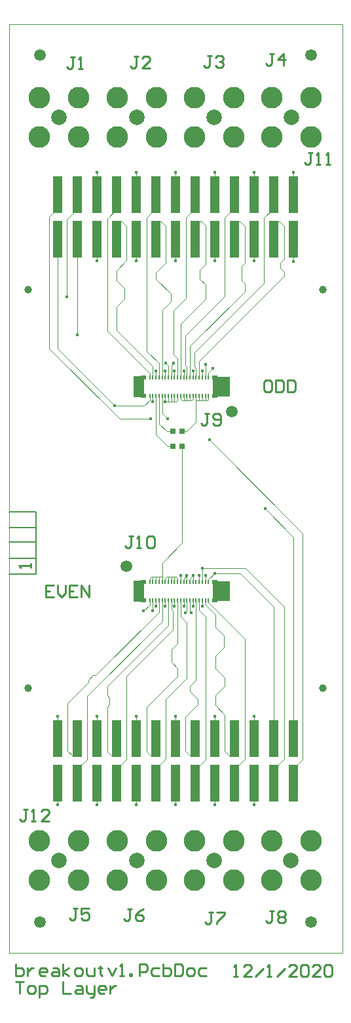
<source format=gtl>
G04*
G04 #@! TF.GenerationSoftware,Altium Limited,Altium Designer,20.2.6 (244)*
G04*
G04 Layer_Physical_Order=1*
G04 Layer_Color=255*
%FSLAX43Y43*%
%MOMM*%
G71*
G04*
G04 #@! TF.SameCoordinates,A53CC0ED-196D-47FA-A002-4783B3900717*
G04*
G04*
G04 #@! TF.FilePolarity,Positive*
G04*
G01*
G75*
%ADD10C,0.102*%
%ADD11R,0.200X0.500*%
%ADD12R,0.750X0.550*%
%ADD13R,0.800X0.700*%
%ADD14R,1.200X4.750*%
%ADD24C,1.500*%
%ADD25C,0.152*%
%ADD26C,0.254*%
%ADD27R,2.200X2.600*%
%ADD28R,1.400X2.800*%
%ADD29C,1.000*%
%ADD30C,2.000*%
%ADD31C,2.800*%
%ADD32C,0.450*%
D10*
X27900Y-33900D02*
X28500Y-34500D01*
X28700D01*
X29170Y-34030D01*
Y-32250D01*
Y-36230D02*
X30500Y-34900D01*
X29170Y-38000D02*
Y-36230D01*
X27800Y-20500D02*
Y-19000D01*
X26700Y-21600D02*
X27800Y-20500D01*
X26700Y-17900D02*
X27800Y-19000D01*
X26700Y-17900D02*
Y-16300D01*
Y-26700D02*
X27900Y-25500D01*
Y-24400D01*
X26700Y-23200D02*
X27900Y-24400D01*
X26700Y-28000D02*
X27900Y-29200D01*
Y-33900D02*
Y-29200D01*
X26700Y-28000D02*
Y-26700D01*
Y-23200D02*
Y-21600D01*
X25800Y-14700D02*
X30500Y-19400D01*
X22800Y-33900D02*
X23400Y-34500D01*
X23600D01*
X24090Y-34010D01*
Y-32250D01*
Y-36310D02*
X25400Y-35000D01*
X24090Y-38000D02*
Y-36310D01*
X23400Y-26200D02*
X24400Y-27200D01*
X23400Y-25500D02*
X24200Y-24700D01*
X23400Y-26200D02*
Y-25500D01*
X24200Y-24700D02*
Y-14400D01*
X20300Y-34900D02*
Y-27200D01*
X23000Y-24500D02*
Y-17300D01*
X20300Y-27200D02*
X23000Y-24500D01*
X24400Y-27900D02*
Y-27200D01*
X22800Y-29500D02*
X24400Y-27900D01*
X22800Y-33900D02*
Y-29500D01*
X17800Y-34000D02*
X18300Y-34500D01*
X18500D01*
X19010Y-33990D01*
Y-32250D01*
Y-36190D02*
X20300Y-34900D01*
X19010Y-38000D02*
Y-36190D01*
X21000Y-22400D02*
X21800Y-23200D01*
X21000Y-20800D02*
X21800Y-20000D01*
X21000Y-22400D02*
Y-20800D01*
X21800Y-20000D02*
Y-14400D01*
Y-24200D02*
Y-23200D01*
X17800Y-28200D02*
X21800Y-24200D01*
X17800Y-34000D02*
Y-28200D01*
X12700Y-34000D02*
X13200Y-34500D01*
X13500D01*
X13930Y-34070D01*
Y-32250D01*
Y-36270D02*
X15200Y-35000D01*
X13930Y-38000D02*
Y-36270D01*
X12700Y-26700D02*
Y-25500D01*
Y-34000D02*
Y-28200D01*
X13000Y-27900D01*
Y-27000D01*
X12700Y-26700D02*
X13000Y-27000D01*
X7600Y-33900D02*
X8200Y-34500D01*
X8400D01*
X8850Y-34050D01*
Y-32250D01*
Y-36250D02*
X10100Y-35000D01*
X8850Y-38000D02*
Y-36250D01*
X11200Y-24100D02*
X19400Y-15900D01*
X7600Y-27700D02*
X10300Y-25000D01*
X10900Y-24100D02*
X11200D01*
X10300Y-24700D02*
X10900Y-24100D01*
X10300Y-25000D02*
Y-24700D01*
X14600Y34500D02*
X15200Y33900D01*
X14400Y34500D02*
X14600D01*
X13930Y34030D02*
X14400Y34500D01*
X13930Y32250D02*
Y34030D01*
X12700Y34900D02*
X13930Y36130D01*
Y38000D01*
X13900Y26900D02*
X14900Y25900D01*
X13900Y23500D02*
X14900Y24500D01*
Y25900D01*
X13900Y26900D02*
Y28200D01*
Y20500D02*
Y23500D01*
X13900D01*
X13900Y20500D02*
X18600Y15800D01*
X13900Y28200D02*
X15200Y29500D01*
Y33900D01*
X19700Y34500D02*
X20300Y33900D01*
X19400Y34500D02*
X19700D01*
X19010Y34110D02*
X19400Y34500D01*
X19010Y32250D02*
Y34110D01*
X17800Y35000D02*
X19010Y36210D01*
Y38000D01*
X20900Y24200D02*
Y25200D01*
X19800Y23100D02*
X20900Y24200D01*
X19000Y27100D02*
X20900Y25200D01*
X19800Y14400D02*
Y23100D01*
X19000Y27900D02*
X20300Y29200D01*
X19000Y27100D02*
Y27900D01*
X24900Y34500D02*
X25400Y34000D01*
X24500Y34500D02*
X24900D01*
X24090Y34090D02*
X24500Y34500D01*
X24090Y32250D02*
Y34090D01*
X22900Y35000D02*
X24090Y36190D01*
Y38000D01*
X24700Y28300D02*
X25400Y29000D01*
X24700Y27100D02*
Y28300D01*
Y27100D02*
X25400Y26400D01*
X25400Y29000D02*
Y34000D01*
Y24500D02*
Y26400D01*
X25400D02*
X25400D01*
X35000Y34500D02*
X35600Y33900D01*
X34600Y34500D02*
X35000D01*
X34250Y34150D02*
X34600Y34500D01*
X34250Y32250D02*
Y34150D01*
X33000Y35000D02*
X34250Y36250D01*
Y38000D01*
X35600Y29700D02*
Y33900D01*
Y27500D02*
Y28000D01*
X35100Y28500D02*
X35600Y28000D01*
X35100Y28500D02*
Y29200D01*
X35600Y29700D01*
X27900Y24900D02*
Y35000D01*
X22800Y19800D02*
X27900Y24900D01*
Y35000D02*
X29170Y36270D01*
X29900Y34500D02*
X30500Y33900D01*
X29500Y34500D02*
X29900D01*
X29200Y34200D02*
X29500Y34500D01*
X29200Y32400D02*
Y34200D01*
X29170Y32370D02*
X29200Y32400D01*
X29170Y32250D02*
Y32370D01*
Y36270D02*
Y38000D01*
X30100Y26900D02*
X30500Y26500D01*
X30100Y28800D02*
X30500Y29200D01*
X30100Y26900D02*
Y28800D01*
X30500Y29200D02*
Y33900D01*
Y25500D02*
Y26500D01*
X16465Y38005D02*
X16475Y37995D01*
X21545Y38005D02*
X21555Y37995D01*
X15200Y-24200D02*
X21200Y-18200D01*
X21000Y-15600D02*
Y-14400D01*
Y-15600D02*
X21200Y-15800D01*
X20200Y-15200D02*
Y-14400D01*
X12700Y-25500D02*
X20600Y-17600D01*
Y-14400D01*
X21200Y-18200D02*
Y-15800D01*
X22200Y-16500D02*
Y-14400D01*
Y-16500D02*
X23000Y-17300D01*
X15200Y-35000D02*
Y-24200D01*
X10100Y-35000D02*
Y-26800D01*
X19800Y-17100D02*
Y-14400D01*
X10100Y-26800D02*
X19800Y-17100D01*
X7600Y-33900D02*
Y-27700D01*
X19400Y-15900D02*
Y-14400D01*
X24000Y17600D02*
X33000Y26600D01*
X24200Y14400D02*
Y15600D01*
X24600Y16500D02*
X35600Y27500D01*
X24600Y14400D02*
Y16500D01*
X24000Y15800D02*
Y17600D01*
Y15800D02*
X24200Y15600D01*
X23400Y14400D02*
Y18400D01*
X30500Y25500D01*
X23000Y14400D02*
Y15700D01*
X22800Y15900D02*
Y19800D01*
Y15900D02*
X23000Y15700D01*
X22900Y24600D02*
Y35000D01*
X21800Y14400D02*
Y16800D01*
X21300Y23000D02*
X22900Y24600D01*
X21300Y17300D02*
Y23000D01*
Y17300D02*
X21800Y16800D01*
X19400Y14400D02*
Y16200D01*
X17800Y17800D02*
Y35000D01*
Y17800D02*
X19400Y16200D01*
X12700Y20400D02*
Y34900D01*
X18200Y14400D02*
Y14900D01*
X12700Y20400D02*
X18200Y14900D01*
X16465Y38005D02*
Y40845D01*
X16475Y29405D02*
Y32245D01*
X16465Y32255D02*
X16475Y32245D01*
X13700Y10700D02*
X17500D01*
X18200Y11400D01*
Y12000D01*
X18600Y11200D02*
Y12000D01*
X22600Y-11600D02*
X23000Y-11200D01*
X22600Y-12000D02*
Y-11600D01*
X23400Y-11600D02*
X23800Y-11200D01*
X23400Y-12000D02*
Y-11600D01*
X23800Y-12000D02*
Y-11200D01*
X22200Y-12000D02*
Y-11200D01*
X23000Y-12000D02*
Y-11200D01*
X24600Y-12000D02*
Y-11200D01*
X25400Y-12000D02*
Y-11200D01*
X8850Y36150D02*
Y38000D01*
X7500Y34800D02*
X8850Y36150D01*
X7500Y24800D02*
Y34800D01*
X25800Y-11700D02*
X26600Y-10900D01*
X25800Y-12000D02*
Y-11700D01*
X26600Y-10900D02*
X29900D01*
X8850Y19850D02*
Y32250D01*
X14300Y9000D02*
X18300D01*
X19000Y7000D02*
X20500Y5500D01*
X19400Y8400D02*
X20400Y7400D01*
X19400Y8400D02*
Y12000D01*
X19000Y7000D02*
Y12000D01*
X19800Y9700D02*
X20500Y9000D01*
X19800Y9700D02*
Y12000D01*
X20400Y7400D02*
X20400Y7400D01*
X5200Y18100D02*
X14300Y9000D01*
X5200Y18100D02*
Y35100D01*
X6310Y36210D01*
Y38000D01*
X25900Y6300D02*
X38000Y-5800D01*
Y-35000D02*
Y-5800D01*
X36790Y-36210D02*
X38000Y-35000D01*
X36790Y-38000D02*
Y-36210D01*
X33100Y-2600D02*
X36790Y-6290D01*
Y-32250D02*
Y-6290D01*
X25000Y-12000D02*
X25000Y-12000D01*
Y-10300D01*
X30600D01*
X35600Y-15300D01*
Y-34900D02*
Y-15300D01*
X34250Y-36250D02*
X35600Y-34900D01*
X34250Y-38000D02*
Y-36250D01*
X29900Y-10900D02*
X34250Y-15250D01*
Y-32250D02*
Y-15250D01*
X6310Y18090D02*
X13700Y10700D01*
X6310Y18090D02*
Y32250D01*
X20500Y5500D02*
X20500Y5500D01*
X21200D01*
X22400Y-7000D02*
Y5500D01*
X19800Y-11400D02*
Y-9600D01*
Y-12000D02*
Y-11400D01*
X19800Y-12000D02*
X19800Y-12000D01*
Y-9600D02*
X22400Y-7000D01*
X20600Y-11400D02*
X21000D01*
X20200Y-11600D02*
X20400Y-11400D01*
X20200Y-12000D02*
Y-11600D01*
X20600Y-12000D02*
Y-11400D01*
X20400D02*
X20600D01*
X20400Y7400D02*
X21200D01*
X22400D02*
X22400Y7400D01*
X23000D01*
X24200Y8600D01*
Y11400D01*
X21000Y-11400D02*
X21400D01*
X21000Y-12000D02*
X21000Y-12000D01*
Y-11400D01*
X21400D02*
X21600D01*
X21400Y-12000D02*
Y-11400D01*
X21800Y-12000D02*
Y-11600D01*
X21600Y-11400D02*
X21800Y-11600D01*
X19000Y-11400D02*
X19400D01*
X18600D02*
X19000D01*
Y-12000D02*
Y-11400D01*
X18400D02*
X18600D01*
X18600Y-12000D02*
X18600Y-12000D01*
Y-11400D01*
X19400D02*
X19800D01*
X19400Y-12000D02*
Y-11400D01*
X18200Y-11600D02*
X18400Y-11400D01*
X18200Y-12000D02*
Y-11600D01*
X23000Y11400D02*
X23400D01*
X22600D02*
X23000D01*
Y12000D01*
X22400Y11400D02*
X22600D01*
X22600Y12000D02*
X22600Y12000D01*
Y11400D02*
Y12000D01*
X23400Y11400D02*
X23600D01*
X23400D02*
Y12000D01*
X23800Y11600D02*
Y12000D01*
X23600Y11400D02*
X23800Y11600D01*
X22200Y11600D02*
X22400Y11400D01*
X22200Y11600D02*
Y12000D01*
X17400Y-15800D02*
X18200Y-15000D01*
Y-14400D01*
X18600Y-15800D02*
X18600Y-15800D01*
X18600Y-15800D02*
Y-14400D01*
X23400Y-15800D02*
X23600Y-16000D01*
X23400Y-15800D02*
Y-14400D01*
X22800Y-16000D02*
X23000Y-15800D01*
Y-14400D01*
X25800Y-14700D02*
Y-14400D01*
X30500Y-34900D02*
Y-19400D01*
X25400Y-35000D02*
Y-16500D01*
X24600Y-15700D02*
X25400Y-16500D01*
X24600Y-15700D02*
Y-14400D01*
X25400Y-15000D02*
X26700Y-16300D01*
X25400Y-15000D02*
Y-14400D01*
X25000Y-15200D02*
Y-14400D01*
X21545Y-32245D02*
Y-29405D01*
X31705Y-37995D02*
X31715Y-38005D01*
Y-40845D02*
Y-38005D01*
X26635Y-40845D02*
Y-38005D01*
X21555Y-40845D02*
Y-38005D01*
X16475Y-40845D02*
Y-38005D01*
X11385Y-37995D02*
X11395Y-38005D01*
Y-40845D02*
Y-38005D01*
X6305Y-37995D02*
X6315Y-38005D01*
Y-40845D02*
Y-38005D01*
X31705Y-32245D02*
X31715Y-32255D01*
X31705Y-32245D02*
Y-29405D01*
X26625Y-32245D02*
Y-29405D01*
X16465Y-32245D02*
Y-29405D01*
X11385Y-32245D02*
X11395Y-32255D01*
X11385Y-32245D02*
Y-29405D01*
X6305Y-32245D02*
X6315Y-32255D01*
X6305Y-32245D02*
Y-29405D01*
X25800Y15000D02*
X26400Y15600D01*
X25800Y14400D02*
Y15000D01*
X25400Y14400D02*
Y16100D01*
X11385Y32255D02*
X11395Y32245D01*
X11385Y38005D02*
X11395Y37995D01*
X19000Y-15200D02*
Y-14400D01*
X20300Y16200D02*
X20600Y15900D01*
X22600Y-15200D02*
Y-14400D01*
X21400Y-15200D02*
Y-14400D01*
X21800Y11400D02*
Y12000D01*
X21545Y32255D02*
X21555Y32245D01*
X23800Y-15200D02*
Y-14400D01*
X25000Y11400D02*
Y12000D01*
Y11400D02*
X25000Y11400D01*
X24600D02*
Y12000D01*
Y11400D02*
X25000D01*
X24200D02*
Y12000D01*
Y11400D02*
X24600D01*
X25700D02*
X25800Y11500D01*
Y12000D01*
X25400Y11400D02*
Y12000D01*
Y11400D02*
X25700D01*
X26625Y32255D02*
X26635Y32245D01*
X26625Y38005D02*
X26635Y37995D01*
X31705Y32255D02*
X31715Y32245D01*
X31705Y38005D02*
X31715Y37995D01*
X36790Y32250D02*
X36800Y32240D01*
X36785Y38005D02*
X36795Y37995D01*
X11395Y29405D02*
Y32245D01*
X11385Y38005D02*
Y40845D01*
X19000Y14400D02*
Y15200D01*
X18600Y14400D02*
Y15800D01*
X20200Y11200D02*
Y12000D01*
X21000Y11200D02*
Y12000D01*
Y11200D02*
X21000Y11200D01*
X20600Y11200D02*
Y12000D01*
Y11200D02*
X20600Y11200D01*
X20200D02*
X20600D01*
X21000D01*
X21000Y14400D02*
Y15900D01*
X20600Y14400D02*
Y15900D01*
X20200Y14400D02*
Y15200D01*
X20300Y29200D02*
Y33900D01*
X21600Y11200D02*
X21800Y11400D01*
X21400Y11200D02*
Y12000D01*
Y11200D02*
X21600D01*
X22600Y14400D02*
Y15200D01*
X21400Y14400D02*
Y15200D01*
X21555Y29405D02*
Y32245D01*
X21545Y38005D02*
Y40845D01*
X25000Y14400D02*
Y15200D01*
X23800Y14400D02*
Y15200D01*
X26635Y29405D02*
Y32245D01*
X26625Y38005D02*
Y40845D01*
X31715Y29405D02*
Y32245D01*
X31705Y38005D02*
Y40845D01*
X36800Y29400D02*
Y32240D01*
X36785Y38005D02*
Y40845D01*
X22200Y14400D02*
Y21300D01*
X33000Y26600D02*
Y35000D01*
X21000Y15900D02*
X21300Y16200D01*
X25000Y11400D02*
X25400D01*
X21000Y11200D02*
X21400D01*
X22200Y21300D02*
X25400Y24500D01*
X0Y-60000D02*
X43100D01*
Y60000D01*
X0D02*
X43100D01*
X0Y-60000D02*
Y60000D01*
D11*
X18200Y12000D02*
D03*
X18600D02*
D03*
X19000D02*
D03*
X19400D02*
D03*
X19800D02*
D03*
X20200D02*
D03*
X20600D02*
D03*
X21000D02*
D03*
X21400D02*
D03*
X21800D02*
D03*
X22200D02*
D03*
X22600D02*
D03*
X23000D02*
D03*
X23400D02*
D03*
X23800D02*
D03*
X24200D02*
D03*
X24600D02*
D03*
X25000D02*
D03*
X25400D02*
D03*
X25800D02*
D03*
Y14400D02*
D03*
X25400D02*
D03*
X25000D02*
D03*
X24600D02*
D03*
X24200D02*
D03*
X23800D02*
D03*
X23400D02*
D03*
X23000D02*
D03*
X22600D02*
D03*
X22200D02*
D03*
X21000D02*
D03*
X20600D02*
D03*
X20200D02*
D03*
X19800D02*
D03*
X19400D02*
D03*
X19000D02*
D03*
X18600D02*
D03*
X18200D02*
D03*
X21800D02*
D03*
X21400D02*
D03*
X25800Y-12000D02*
D03*
X25400D02*
D03*
X25000D02*
D03*
X24600D02*
D03*
X24200D02*
D03*
X23800D02*
D03*
X23400D02*
D03*
X23000D02*
D03*
X22600D02*
D03*
X22200D02*
D03*
X21800D02*
D03*
X21400D02*
D03*
X21000D02*
D03*
X20600D02*
D03*
X20200D02*
D03*
X19800D02*
D03*
X19400D02*
D03*
X19000D02*
D03*
X18600D02*
D03*
X18200D02*
D03*
Y-14400D02*
D03*
X18600D02*
D03*
X19000D02*
D03*
X19400D02*
D03*
X19800D02*
D03*
X20200D02*
D03*
X20600D02*
D03*
X21000D02*
D03*
X21400D02*
D03*
X21800D02*
D03*
X23000D02*
D03*
X23400D02*
D03*
X23800D02*
D03*
X24200D02*
D03*
X24600D02*
D03*
X25000D02*
D03*
X25400D02*
D03*
X25800D02*
D03*
X22200D02*
D03*
X22600D02*
D03*
D12*
X17375Y12025D02*
D03*
X26625D02*
D03*
Y14375D02*
D03*
X17375D02*
D03*
X26625Y-12025D02*
D03*
X17375D02*
D03*
Y-14375D02*
D03*
X26625D02*
D03*
D13*
X21200Y5500D02*
D03*
X22400D02*
D03*
X21200Y7400D02*
D03*
X22400D02*
D03*
D14*
X24090Y-38000D02*
D03*
Y-32250D02*
D03*
X26630Y-38000D02*
D03*
Y-32250D02*
D03*
X29170Y-38000D02*
D03*
Y-32250D02*
D03*
X31710Y-38000D02*
D03*
Y-32250D02*
D03*
X34250Y-38000D02*
D03*
Y-32250D02*
D03*
X36790Y-38000D02*
D03*
Y-32250D02*
D03*
X6310Y-38000D02*
D03*
Y-32250D02*
D03*
X8850Y-38000D02*
D03*
Y-32250D02*
D03*
X11390Y-38000D02*
D03*
Y-32250D02*
D03*
X13930Y-38000D02*
D03*
Y-32250D02*
D03*
X16470Y-38000D02*
D03*
Y-32250D02*
D03*
X19010Y-38000D02*
D03*
Y-32250D02*
D03*
X21550Y-38000D02*
D03*
Y-32250D02*
D03*
X19010Y38000D02*
D03*
Y32250D02*
D03*
X16470Y38000D02*
D03*
Y32250D02*
D03*
X13930Y38000D02*
D03*
Y32250D02*
D03*
X11390Y38000D02*
D03*
Y32250D02*
D03*
X8850Y38000D02*
D03*
Y32250D02*
D03*
X6310Y38000D02*
D03*
Y32250D02*
D03*
X36790Y38000D02*
D03*
Y32250D02*
D03*
X34250Y38000D02*
D03*
Y32250D02*
D03*
X31710Y38000D02*
D03*
Y32250D02*
D03*
X29170Y38000D02*
D03*
Y32250D02*
D03*
X26630Y38000D02*
D03*
Y32250D02*
D03*
X24090Y38000D02*
D03*
Y32250D02*
D03*
X21550Y38000D02*
D03*
Y32250D02*
D03*
D24*
X15200Y-10000D02*
D03*
X28800Y10000D02*
D03*
X4000Y-56000D02*
D03*
X39100D02*
D03*
X4000Y56000D02*
D03*
X39100D02*
D03*
D25*
X3500Y-9000D02*
Y-6900D01*
Y-5000D02*
Y-3000D01*
Y-6900D02*
Y-5000D01*
Y-11000D02*
Y-9000D01*
X14Y-11000D02*
X3500D01*
X0Y-9000D02*
X3500D01*
X0Y-6900D02*
X3500D01*
X0Y-5000D02*
X3500D01*
X0Y-3000D02*
X3500D01*
D26*
X2846Y-10146D02*
Y-9638D01*
Y-9892D01*
X1322D01*
X1576Y-10146D01*
X29054Y-63046D02*
X29562D01*
X29308D01*
Y-61522D01*
X29054Y-61776D01*
X31339Y-63046D02*
X30324D01*
X31339Y-62030D01*
Y-61776D01*
X31085Y-61522D01*
X30578D01*
X30324Y-61776D01*
X31847Y-63046D02*
X32863Y-62030D01*
X33371Y-63046D02*
X33878D01*
X33625D01*
Y-61522D01*
X33371Y-61776D01*
X34640Y-63046D02*
X35656Y-62030D01*
X37179Y-63046D02*
X36164D01*
X37179Y-62030D01*
Y-61776D01*
X36925Y-61522D01*
X36418D01*
X36164Y-61776D01*
X37687D02*
X37941Y-61522D01*
X38449D01*
X38703Y-61776D01*
Y-62792D01*
X38449Y-63046D01*
X37941D01*
X37687Y-62792D01*
Y-61776D01*
X40226Y-63046D02*
X39211D01*
X40226Y-62030D01*
Y-61776D01*
X39972Y-61522D01*
X39465D01*
X39211Y-61776D01*
X40734D02*
X40988Y-61522D01*
X41496D01*
X41750Y-61776D01*
Y-62792D01*
X41496Y-63046D01*
X40988D01*
X40734Y-62792D01*
Y-61776D01*
X854Y-63715D02*
X1870D01*
X1362D01*
Y-65238D01*
X2631D02*
X3139D01*
X3393Y-64984D01*
Y-64476D01*
X3139Y-64222D01*
X2631D01*
X2378Y-64476D01*
Y-64984D01*
X2631Y-65238D01*
X3901Y-65746D02*
Y-64222D01*
X4663D01*
X4917Y-64476D01*
Y-64984D01*
X4663Y-65238D01*
X3901D01*
X6948Y-63715D02*
Y-65238D01*
X7964D01*
X8725Y-64222D02*
X9233D01*
X9487Y-64476D01*
Y-65238D01*
X8725D01*
X8472Y-64984D01*
X8725Y-64730D01*
X9487D01*
X9995Y-64222D02*
Y-64984D01*
X10249Y-65238D01*
X11011D01*
Y-65492D01*
X10757Y-65746D01*
X10503D01*
X11011Y-65238D02*
Y-64222D01*
X12280Y-65238D02*
X11772D01*
X11519Y-64984D01*
Y-64476D01*
X11772Y-64222D01*
X12280D01*
X12534Y-64476D01*
Y-64730D01*
X11519D01*
X13042Y-64222D02*
Y-65238D01*
Y-64730D01*
X13296Y-64476D01*
X13550Y-64222D01*
X13804D01*
X854Y-61422D02*
Y-62946D01*
X1616D01*
X1870Y-62692D01*
Y-62438D01*
Y-62184D01*
X1616Y-61930D01*
X854D01*
X2378D02*
Y-62946D01*
Y-62438D01*
X2631Y-62184D01*
X2885Y-61930D01*
X3139D01*
X4663Y-62946D02*
X4155D01*
X3901Y-62692D01*
Y-62184D01*
X4155Y-61930D01*
X4663D01*
X4917Y-62184D01*
Y-62438D01*
X3901D01*
X5678Y-61930D02*
X6186D01*
X6440Y-62184D01*
Y-62946D01*
X5678D01*
X5425Y-62692D01*
X5678Y-62438D01*
X6440D01*
X6948Y-62946D02*
Y-61422D01*
Y-62438D02*
X7710Y-61930D01*
X6948Y-62438D02*
X7710Y-62946D01*
X8725D02*
X9233D01*
X9487Y-62692D01*
Y-62184D01*
X9233Y-61930D01*
X8725D01*
X8472Y-62184D01*
Y-62692D01*
X8725Y-62946D01*
X9995Y-61930D02*
Y-62692D01*
X10249Y-62946D01*
X11011D01*
Y-61930D01*
X11772Y-61676D02*
Y-61930D01*
X11519D01*
X12026D01*
X11772D01*
Y-62692D01*
X12026Y-62946D01*
X12788Y-61930D02*
X13296Y-62946D01*
X13804Y-61930D01*
X14312Y-62946D02*
X14819D01*
X14566D01*
Y-61422D01*
X14312Y-61676D01*
X15581Y-62946D02*
Y-62692D01*
X15835D01*
Y-62946D01*
X15581D01*
X16851D02*
Y-61422D01*
X17613D01*
X17866Y-61676D01*
Y-62184D01*
X17613Y-62438D01*
X16851D01*
X19390Y-61930D02*
X18628D01*
X18374Y-62184D01*
Y-62692D01*
X18628Y-62946D01*
X19390D01*
X19898Y-61422D02*
Y-62946D01*
X20660D01*
X20914Y-62692D01*
Y-62438D01*
Y-62184D01*
X20660Y-61930D01*
X19898D01*
X21421Y-61422D02*
Y-62946D01*
X22183D01*
X22437Y-62692D01*
Y-61676D01*
X22183Y-61422D01*
X21421D01*
X23199Y-62946D02*
X23707D01*
X23961Y-62692D01*
Y-62184D01*
X23707Y-61930D01*
X23199D01*
X22945Y-62184D01*
Y-62692D01*
X23199Y-62946D01*
X25484Y-61930D02*
X24722D01*
X24468Y-62184D01*
Y-62692D01*
X24722Y-62946D01*
X25484D01*
X34270Y-54522D02*
X33762D01*
X34016D01*
Y-55792D01*
X33762Y-56046D01*
X33508D01*
X33254Y-55792D01*
X34778Y-54776D02*
X35031Y-54522D01*
X35539D01*
X35793Y-54776D01*
Y-55030D01*
X35539Y-55284D01*
X35793Y-55538D01*
Y-55792D01*
X35539Y-56046D01*
X35031D01*
X34778Y-55792D01*
Y-55538D01*
X35031Y-55284D01*
X34778Y-55030D01*
Y-54776D01*
X35031Y-55284D02*
X35539D01*
X26370Y-54722D02*
X25862D01*
X26116D01*
Y-55992D01*
X25862Y-56246D01*
X25608D01*
X25354Y-55992D01*
X26878Y-54722D02*
X27893D01*
Y-54976D01*
X26878Y-55992D01*
Y-56246D01*
X15870Y-54322D02*
X15362D01*
X15616D01*
Y-55592D01*
X15362Y-55846D01*
X15108D01*
X14854Y-55592D01*
X17393Y-54322D02*
X16885Y-54576D01*
X16378Y-55084D01*
Y-55592D01*
X16631Y-55846D01*
X17139D01*
X17393Y-55592D01*
Y-55338D01*
X17139Y-55084D01*
X16378D01*
X8870Y-54222D02*
X8362D01*
X8616D01*
Y-55492D01*
X8362Y-55746D01*
X8108D01*
X7854Y-55492D01*
X10393Y-54222D02*
X9378D01*
Y-54984D01*
X9885Y-54730D01*
X10139D01*
X10393Y-54984D01*
Y-55492D01*
X10139Y-55746D01*
X9631D01*
X9378Y-55492D01*
X2370Y-41422D02*
X1862D01*
X2116D01*
Y-42692D01*
X1862Y-42946D01*
X1608D01*
X1354Y-42692D01*
X2878Y-42946D02*
X3385D01*
X3131D01*
Y-41422D01*
X2878Y-41676D01*
X5163Y-42946D02*
X4147D01*
X5163Y-41930D01*
Y-41676D01*
X4909Y-41422D01*
X4401D01*
X4147Y-41676D01*
X16070Y-6122D02*
X15562D01*
X15816D01*
Y-7392D01*
X15562Y-7646D01*
X15308D01*
X15054Y-7392D01*
X16578Y-7646D02*
X17085D01*
X16831D01*
Y-6122D01*
X16578Y-6376D01*
X17847D02*
X18101Y-6122D01*
X18609D01*
X18863Y-6376D01*
Y-7392D01*
X18609Y-7646D01*
X18101D01*
X17847Y-7392D01*
Y-6376D01*
X25870Y9678D02*
X25362D01*
X25616D01*
Y8408D01*
X25362Y8154D01*
X25108D01*
X24854Y8408D01*
X26378D02*
X26631Y8154D01*
X27139D01*
X27393Y8408D01*
Y9424D01*
X27139Y9678D01*
X26631D01*
X26378Y9424D01*
Y9170D01*
X26631Y8916D01*
X27393D01*
X39270Y43378D02*
X38762D01*
X39016D01*
Y42108D01*
X38762Y41854D01*
X38508D01*
X38254Y42108D01*
X39778Y41854D02*
X40285D01*
X40031D01*
Y43378D01*
X39778Y43124D01*
X41047Y41854D02*
X41555D01*
X41301D01*
Y43378D01*
X41047Y43124D01*
X34270Y56178D02*
X33762D01*
X34016D01*
Y54908D01*
X33762Y54654D01*
X33508D01*
X33254Y54908D01*
X35539Y54654D02*
Y56178D01*
X34778Y55416D01*
X35793D01*
X26170Y55978D02*
X25662D01*
X25916D01*
Y54708D01*
X25662Y54454D01*
X25408D01*
X25154Y54708D01*
X26678Y55724D02*
X26931Y55978D01*
X27439D01*
X27693Y55724D01*
Y55470D01*
X27439Y55216D01*
X27185D01*
X27439D01*
X27693Y54962D01*
Y54708D01*
X27439Y54454D01*
X26931D01*
X26678Y54708D01*
X16670Y55878D02*
X16162D01*
X16416D01*
Y54608D01*
X16162Y54354D01*
X15908D01*
X15654Y54608D01*
X18193Y54354D02*
X17178D01*
X18193Y55370D01*
Y55624D01*
X17939Y55878D01*
X17431D01*
X17178Y55624D01*
X8470Y55778D02*
X7962D01*
X8216D01*
Y54508D01*
X7962Y54254D01*
X7708D01*
X7454Y54508D01*
X8978Y54254D02*
X9485D01*
X9231D01*
Y55778D01*
X8978Y55524D01*
X33716Y14078D02*
X33208D01*
X32954Y13824D01*
Y12808D01*
X33208Y12554D01*
X33716D01*
X33970Y12808D01*
Y13824D01*
X33716Y14078D01*
X34478D02*
Y12554D01*
X35239D01*
X35493Y12808D01*
Y13824D01*
X35239Y14078D01*
X34478D01*
X36001D02*
Y12554D01*
X36763D01*
X37017Y12808D01*
Y13824D01*
X36763Y14078D01*
X36001D01*
X5770Y-12472D02*
X4754D01*
Y-13996D01*
X5770D01*
X4754Y-13234D02*
X5262D01*
X6278Y-12472D02*
Y-13488D01*
X6785Y-13996D01*
X7293Y-13488D01*
Y-12472D01*
X8817D02*
X7801D01*
Y-13996D01*
X8817D01*
X7801Y-13234D02*
X8309D01*
X9325Y-13996D02*
Y-12472D01*
X10340Y-13996D01*
Y-12472D01*
D27*
X27500Y-13200D02*
D03*
Y13200D02*
D03*
D28*
X16800Y-13200D02*
D03*
Y13200D02*
D03*
D29*
X2500Y-25750D02*
D03*
Y25750D02*
D03*
X40600Y-25750D02*
D03*
Y25750D02*
D03*
D30*
X36400Y-48000D02*
D03*
X26500D02*
D03*
X16500D02*
D03*
X6500D02*
D03*
Y48000D02*
D03*
X16500D02*
D03*
X26500D02*
D03*
X36500D02*
D03*
D31*
X39040Y-45460D02*
D03*
X33960D02*
D03*
Y-50540D02*
D03*
X39040D02*
D03*
X29040Y-45460D02*
D03*
X23960D02*
D03*
Y-50540D02*
D03*
X29040D02*
D03*
X19040Y-45460D02*
D03*
X13960D02*
D03*
Y-50540D02*
D03*
X19040D02*
D03*
X9040Y-45460D02*
D03*
X3960D02*
D03*
Y-50540D02*
D03*
X9040D02*
D03*
X3960Y45460D02*
D03*
X9040D02*
D03*
Y50540D02*
D03*
X3960D02*
D03*
X13960Y45460D02*
D03*
X19040D02*
D03*
Y50540D02*
D03*
X13960D02*
D03*
X23960Y45460D02*
D03*
X29040D02*
D03*
Y50540D02*
D03*
X23960D02*
D03*
X33960Y45460D02*
D03*
X39040D02*
D03*
Y50540D02*
D03*
X33960D02*
D03*
D32*
X20200Y-15200D02*
D03*
X6315Y-40845D02*
D03*
X11395D02*
D03*
X11385Y40845D02*
D03*
X16475Y-40845D02*
D03*
X16500Y-14200D02*
D03*
Y-12200D02*
D03*
Y12200D02*
D03*
Y14200D02*
D03*
X21555Y-40845D02*
D03*
X21545Y40845D02*
D03*
X26635Y-40845D02*
D03*
X26625Y40845D02*
D03*
X28200Y-14100D02*
D03*
Y-12300D02*
D03*
Y12300D02*
D03*
X31715Y-40845D02*
D03*
X31705Y40845D02*
D03*
X36785D02*
D03*
X6305Y-29405D02*
D03*
X11385D02*
D03*
X16465D02*
D03*
X18600Y11200D02*
D03*
X20200D02*
D03*
Y15200D02*
D03*
X21545Y-29405D02*
D03*
X21400Y-15200D02*
D03*
X22600D02*
D03*
X22200Y-11200D02*
D03*
X21400Y15200D02*
D03*
X22600D02*
D03*
X21555Y29405D02*
D03*
X23800Y-15200D02*
D03*
X24600Y-11200D02*
D03*
X23800D02*
D03*
Y15200D02*
D03*
X26625Y-29405D02*
D03*
X26635Y29405D02*
D03*
X31705Y-29405D02*
D03*
X31715Y29405D02*
D03*
X36800Y29400D02*
D03*
X19000Y-15200D02*
D03*
X23000Y-11200D02*
D03*
X19000Y15200D02*
D03*
X25000Y-15200D02*
D03*
X25400Y-11200D02*
D03*
X25000Y15200D02*
D03*
X16465Y40845D02*
D03*
X16475Y29405D02*
D03*
X7500Y24800D02*
D03*
X26600Y-10900D02*
D03*
X25000Y-10300D02*
D03*
X8850Y19850D02*
D03*
X18300Y9000D02*
D03*
X13700Y10700D02*
D03*
X20500Y9000D02*
D03*
X25900Y6300D02*
D03*
X33100Y-2600D02*
D03*
X17400Y-15800D02*
D03*
X18600D02*
D03*
X23600Y-16000D02*
D03*
X22800D02*
D03*
X26400Y15600D02*
D03*
X25400Y16100D02*
D03*
X20300Y16200D02*
D03*
X28200Y14100D02*
D03*
X11395Y29405D02*
D03*
X21300Y16200D02*
D03*
M02*

</source>
